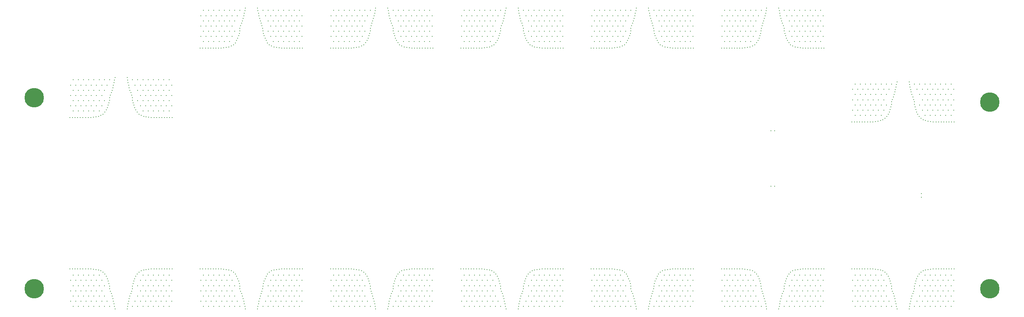
<source format=gbr>
%FSTAX66Y66*%
%MOMM*%
%SFA1B1*%

%IPPOS*%
%ADD27C,4.499991*%
%ADD28C,4.499991*%
%ADD29C,4.499991*%
%ADD30C,4.499991*%
%ADD31C,0.299999*%
%LNduts_pth_drill-1*%
%LPD*%
G54D27*
X00000499999Y000049000003D03*
G54D28*
X000224999981Y00004799998D03*
G54D29*
X000224999956Y000005001615D03*
G54D30*
X00000499999Y000005000015D03*
G54D31*
X000209220536Y000026081888D03*
Y000026922907D03*
X000195155921Y000047320682D03*
X000211244053D03*
X00021244405Y000049720677D03*
X000193955949Y000052120673D03*
X000201155935D03*
X000200555936Y00004852068D03*
X000198755939Y000047320682D03*
X000210644054Y000046120685D03*
X000214244047D03*
X00019335595Y000050920675D03*
X000197555942Y000047320682D03*
X000196955943Y00004852068D03*
X000198755939Y000044920687D03*
X00021244405D03*
X000214844045Y000047320682D03*
X000199355938Y000050920675D03*
X000198755939Y000049720677D03*
X000198155915Y000050920675D03*
X000216644042D03*
X000195155921Y000044920687D03*
X000207644034Y000052120673D03*
X000195155921D03*
X000210044055Y000044920687D03*
X000208844057Y000047320682D03*
X000198155915Y000046120685D03*
X000200555936Y000050920675D03*
X000202355958Y000052120673D03*
X000200555936Y000046120685D03*
X000215444044Y000050920675D03*
X000210644054D03*
X000213644048Y000052120673D03*
X000195755945Y000050920675D03*
X000210044055Y000047320682D03*
X000213044049Y00004852068D03*
X000214844045Y000049720677D03*
X000211244053D03*
X000208844057Y000052120673D03*
X00021244405D03*
X000197555942D03*
X000213644048Y000049720677D03*
Y000047320682D03*
X000210044055Y000049720677D03*
Y000052120673D03*
X000213044049Y000050920675D03*
X000201755933D03*
X000196355944Y000049720677D03*
X000201155935Y000047320682D03*
X000193955949Y000044920687D03*
X000213044049Y000046120685D03*
X000201155935Y000049720677D03*
X000214244047Y00004852068D03*
X000199955937Y000052120673D03*
X000216044068Y000044920687D03*
X000197555942Y000049720677D03*
X000194555948Y000046120685D03*
X000196355944Y000047320682D03*
X000196955943Y000046120685D03*
X00021244405Y000047320682D03*
X000198755939Y000052120673D03*
X000193955949Y000047320682D03*
X000216644042Y00004852068D03*
X000208844057Y000049720677D03*
X000196355944Y000052120673D03*
X000194555948Y000050920675D03*
X000195755945Y000046120685D03*
X000211844051Y00004852068D03*
Y000050920675D03*
X000195755945Y00004852068D03*
X000214844045Y000052120673D03*
X000215444044Y00004852068D03*
X000213644048Y000044920687D03*
X000210644054Y00004852068D03*
X000196955943Y000050920675D03*
X00019335595Y000046120685D03*
X000194555948Y00004852068D03*
X000209444056Y000050920675D03*
X000195155921Y000049720677D03*
X000211244053Y000052120673D03*
X000197555942Y000044920687D03*
X000199955937Y000047320682D03*
Y000044920687D03*
X000198155915Y00004852068D03*
X000208244059Y000050920675D03*
X000199355938Y000046120685D03*
X000216044068Y000052120673D03*
X000211244053Y000044920687D03*
X000209444056Y000046120685D03*
Y00004852068D03*
X000216644042Y000046120685D03*
X000199955937Y000049720677D03*
X000216044068Y000047320682D03*
X000215444044Y000046120685D03*
X000211844051D03*
X000196355944Y000044920687D03*
X000216044068Y000049720677D03*
X000199355938Y00004852068D03*
X000193955949Y000049720677D03*
X00019335595Y00004852068D03*
X000214844045Y000044920687D03*
X000214244047Y000050920675D03*
X000201603305Y000045172985D03*
X000202372036Y000048036505D03*
X000198028001Y000043448097D03*
X000193828009D03*
X000203373355Y000051480694D03*
X000203600227Y000052656054D03*
X000203103149Y000050314606D03*
X000199800692Y000043724372D03*
X000201294949Y000044659397D03*
X000202218213Y000046855227D03*
X000195028007Y000043448097D03*
X000196228004D03*
X000198622437Y000043518175D03*
X000197428002Y000043448097D03*
X00019322801D03*
X000202354154Y000047438106D03*
X00019921474Y000043603748D03*
X000194428008Y000043448097D03*
X000202760529Y000049167923D03*
X000203491236Y00005206751D03*
X000202055907Y000046279155D03*
X000195628006Y000043448097D03*
X000202539904Y000048611815D03*
X000201856797Y000045714869D03*
X000200882427Y000044224625D03*
X000200368128Y000043917006D03*
X000196828003Y000043448097D03*
X000203244399Y000050896215D03*
X000202943968Y000049737619D03*
X000207056024D03*
X000206755619Y000050896215D03*
X000213171989Y000043448097D03*
X000209631864Y000043917006D03*
X000209117565Y000044224625D03*
X000208143195Y000045714869D03*
X000207460062Y000048611815D03*
X000214371986Y000043448097D03*
X000207944085Y000046279155D03*
X000206508756Y00005206751D03*
X000207239463Y000049167923D03*
X000215571984Y000043448097D03*
X000210785278Y000043603748D03*
X000207645838Y000047438106D03*
X000216771982Y000043448097D03*
X000212571965D03*
X000211377555Y000043518175D03*
X000213771988Y000043448097D03*
X00021497196D03*
X000207781779Y000046855227D03*
X000208705043Y000044659397D03*
X000210199274Y000043724372D03*
X000206896817Y000050314606D03*
X00020639979Y000052656054D03*
X000206626612Y000051480694D03*
X000216171983Y000043448097D03*
X000211971966D03*
X000207627956Y000048036505D03*
X000208396662Y000045172985D03*
X000174579508Y00002862679D03*
X000175420502D03*
X00016515593Y000064320089D03*
X000181244036D03*
X000182444059Y000066720084D03*
X000163955933Y00006912008D03*
X000171155918D03*
X000170555945Y000065520087D03*
X000168755949Y000064320089D03*
X000180644038Y000063120066D03*
X000184244056D03*
X000163355959Y000067920082D03*
X000167555926Y000064320089D03*
X000166955927Y000065520087D03*
X000168755949Y000061920069D03*
X000182444059D03*
X000184844055Y000064320089D03*
X000169355947Y000067920082D03*
X000168755949Y000066720084D03*
X000168155924Y000067920082D03*
X000186644051D03*
X00016515593Y000061920069D03*
X000177644044Y00006912008D03*
X00016515593D03*
X000180044064Y000061920069D03*
X000178844041Y000064320089D03*
X000168155924Y000063120066D03*
X000170555945Y000067920082D03*
X000172355941Y00006912008D03*
X000170555945Y000063120066D03*
X000185444053Y000067920082D03*
X000180644038D03*
X000183644057Y00006912008D03*
X000165755929Y000067920082D03*
X000180044064Y000064320089D03*
X000183044058Y000065520087D03*
X000184844055Y000066720084D03*
X000181244036D03*
X000178844041Y00006912008D03*
X000182444059D03*
X000167555926D03*
X000183644057Y000066720084D03*
Y000064320089D03*
X000180044064Y000066720084D03*
Y00006912008D03*
X000183044058Y000067920082D03*
X000171755943D03*
X000166355953Y000066720084D03*
X000171155918Y000064320089D03*
X000163955933Y000061920069D03*
X000183044058Y000063120066D03*
X000171155918Y000066720084D03*
X000184244056Y000065520087D03*
X000169955946Y00006912008D03*
X000186044052Y000061920069D03*
X000167555926Y000066720084D03*
X000164555932Y000063120066D03*
X000166355953Y000064320089D03*
X000166955927Y000063120066D03*
X000182444059Y000064320089D03*
X000168755949Y00006912008D03*
X000163955933Y000064320089D03*
X000186644051Y000065520087D03*
X000178844041Y000066720084D03*
X000166355953Y00006912008D03*
X000164555932Y000067920082D03*
X000165755929Y000063120066D03*
X000181844035Y000065520087D03*
Y000067920082D03*
X000165755929Y000065520087D03*
X000184844055Y00006912008D03*
X000185444053Y000065520087D03*
X000183644057Y000061920069D03*
X000180644038Y000065520087D03*
X000166955927Y000067920082D03*
X000163355959Y000063120066D03*
X000164555932Y000065520087D03*
X00017944404Y000067920082D03*
X00016515593Y000066720084D03*
X000181244036Y00006912008D03*
X000167555926Y000061920069D03*
X000169955946Y000064320089D03*
Y000061920069D03*
X000168155924Y000065520087D03*
X000178244042Y000067920082D03*
X000169355947Y000063120066D03*
X000186044052Y00006912008D03*
X000181244036Y000061920069D03*
X00017944404Y000063120066D03*
Y000065520087D03*
X000186644051Y000063120066D03*
X000169955946Y000066720084D03*
X000186044052Y000064320089D03*
X000185444053Y000063120066D03*
X000181844035D03*
X000166355953Y000061920069D03*
X000186044052Y000066720084D03*
X000169355947Y000065520087D03*
X000163955933Y000066720084D03*
X000163355959Y000065520087D03*
X000184844055Y000061920069D03*
X000184244056Y000067920082D03*
X000171603314Y000062172392D03*
X000172372045Y000065035912D03*
X00016802801Y000060447478D03*
X000163828018D03*
X000173373364Y000068480076D03*
X000173600211Y000069655436D03*
X000173103159Y000067313987D03*
X000169800676Y00006072378D03*
X000171294933Y000061658804D03*
X000172218223Y000063854609D03*
X000165028016Y000060447478D03*
X000166228014D03*
X000168622421Y000060517557D03*
X000167428011Y000060447478D03*
X00016322802D03*
X000172354163Y000064437488D03*
X000169214723Y00006060313D03*
X000164428017Y000060447478D03*
X000172760538Y00006616733D03*
X000173491245Y000069066918D03*
X000172055917Y000063278537D03*
X000165628015Y000060447478D03*
X000172539914Y000065611222D03*
X000171856806Y000062714276D03*
X000170882437Y000061224033D03*
X000170368137Y000060916413D03*
X000166828012Y000060447478D03*
X000173244383Y000067895622D03*
X000172943977Y000066737026D03*
X000177056008D03*
X000176755602Y000067895622D03*
X000183171998Y000060447478D03*
X000179631848Y000060916413D03*
X000179117548Y000061224033D03*
X000178143179Y000062714276D03*
X000177460071Y000065611222D03*
X00018437197Y000060447478D03*
X000177944068Y000063278537D03*
X00017650874Y000069066918D03*
X000177239447Y00006616733D03*
X000185571968Y000060447478D03*
X000180785236Y00006060313D03*
X000177645822Y000064437488D03*
X000186771965Y000060447478D03*
X000182571974D03*
X000181377539Y000060517557D03*
X000183771971Y000060447478D03*
X000184971969D03*
X000177781762Y000063854609D03*
X000178705027Y000061658804D03*
X000180199284Y00006072378D03*
X000176896826Y000067313987D03*
X000176399799Y000069655436D03*
X000176626596Y000068480076D03*
X000186171992Y000060447478D03*
X000181971975D03*
X00017762794Y000065035912D03*
X000178396671Y000062172392D03*
X000174579483Y000041375177D03*
X000175420477D03*
X000045155942Y000064318464D03*
X000061244048D03*
X000062444045Y000066718459D03*
X000043955944Y00006911848D03*
X00005115593D03*
X000050555931Y000065518461D03*
X000048755935Y000064318464D03*
X000060644049Y000063118466D03*
X000064244042D03*
X000043355945Y000067918457D03*
X000047555937Y000064318464D03*
X000046955938Y000065518461D03*
X000048755935Y000061918469D03*
X000062444045D03*
X000064844041Y000064318464D03*
X000049355933Y000067918457D03*
X000048755935Y000066718459D03*
X000048155936Y000067918457D03*
X000066644037D03*
X000045155942Y000061918469D03*
X000057644055Y00006911848D03*
X000045155942D03*
X00006004405Y000061918469D03*
X000058844053Y000064318464D03*
X000048155936Y000063118466D03*
X000050555931Y000067918457D03*
X000052355927Y00006911848D03*
X000050555931Y000063118466D03*
X000065444039Y000067918457D03*
X000060644049D03*
X000063644043Y00006911848D03*
X000045755941Y000067918457D03*
X00006004405Y000064318464D03*
X000063044044Y000065518461D03*
X000064844041Y000066718459D03*
X000061244048D03*
X000058844053Y00006911848D03*
X000062444045D03*
X000047555937D03*
X000063644043Y000066718459D03*
Y000064318464D03*
X00006004405Y000066718459D03*
Y00006911848D03*
X000063044044Y000067918457D03*
X000051755929D03*
X000046355939Y000066718459D03*
X00005115593Y000064318464D03*
X000043955944Y000061918469D03*
X000063044044Y000063118466D03*
X00005115593Y000066718459D03*
X000064244042Y000065518461D03*
X000049955932Y00006911848D03*
X000066044038Y000061918469D03*
X000047555937Y000066718459D03*
X000044555943Y000063118466D03*
X000046355939Y000064318464D03*
X000046955938Y000063118466D03*
X000062444045Y000064318464D03*
X000048755935Y00006911848D03*
X000043955944Y000064318464D03*
X000066644037Y000065518461D03*
X000058844053Y000066718459D03*
X000046355939Y00006911848D03*
X000044555943Y000067918457D03*
X000045755941Y000063118466D03*
X000061844047Y000065518461D03*
Y000067918457D03*
X000045755941Y000065518461D03*
X000064844041Y00006911848D03*
X000065444039Y000065518461D03*
X000063644043Y000061918469D03*
X000060644049Y000065518461D03*
X000046955938Y000067918457D03*
X000043355945Y000063118466D03*
X000044555943Y000065518461D03*
X000059444026Y000067918457D03*
X000045155942Y000066718459D03*
X000061244048Y00006911848D03*
X000047555937Y000061918469D03*
X000049955932Y000064318464D03*
Y000061918469D03*
X000048155936Y000065518461D03*
X000058244028Y000067918457D03*
X000049355933Y000063118466D03*
X000066044038Y00006911848D03*
X000061244048Y000061918469D03*
X000059444026Y000063118466D03*
Y000065518461D03*
X000066644037Y000063118466D03*
X000049955932Y000066718459D03*
X000066044038Y000064318464D03*
X000065444039Y000063118466D03*
X000061844047D03*
X000046355939Y000061918469D03*
X000066044038Y000066718459D03*
X000049355933Y000065518461D03*
X000043955944Y000066718459D03*
X000043355945Y000065518461D03*
X000064844041Y000061918469D03*
X000064244042Y000067918457D03*
X0000516033Y000062170792D03*
X000052372031Y000065034287D03*
X000048027996Y000060445878D03*
X000043828004D03*
X000053373375Y000068478476D03*
X000053600197Y000069653835D03*
X000053103145Y000067312387D03*
X000049800687Y000060722179D03*
X000051294944Y000061657204D03*
X000052218209Y000063853009D03*
X000045028002Y000060445878D03*
X000046228D03*
X000048622432Y000060515957D03*
X000047427997Y000060445878D03*
X000043228006D03*
X000052354149Y000064435888D03*
X000049214709Y000060601529D03*
X000044428003Y000060445878D03*
X000052760524Y00006616573D03*
X000053491231Y000069065317D03*
X000052055903Y000063276937D03*
X000045628001Y000060445878D03*
X000052539925Y000065609622D03*
X000051856792Y000062712676D03*
X000050882423Y000061222407D03*
X000050368149Y000060914813D03*
X000046827998Y000060445878D03*
X000053244394Y000067894022D03*
X000052943963Y000066735401D03*
X00005705602D03*
X000056755588Y000067894022D03*
X000063171984Y000060445878D03*
X000059631834Y000060914813D03*
X00005911756Y000061222407D03*
X00005814319Y000062712676D03*
X000057460057Y000065609622D03*
X000064371982Y000060445878D03*
X00005794408Y000063276937D03*
X000056508751Y000069065317D03*
X000057239458Y00006616573D03*
X000065571979Y000060445878D03*
X000060785248Y000060601529D03*
X000057645833Y000064435888D03*
X000066771977Y000060445878D03*
X000062571985D03*
X00006137755Y000060515957D03*
X000063771983Y000060445878D03*
X00006497198D03*
X000057781774Y000063853009D03*
X000058705038Y000061657204D03*
X000060199295Y000060722179D03*
X000056896838Y000067312387D03*
X00005639976Y000069653835D03*
X000056626607Y000068478476D03*
X000066171978Y000060445878D03*
X000061971986D03*
X000057627951Y000065034287D03*
X000058396682Y000062170792D03*
X000171603314Y000007829575D03*
X000172372045Y000004966055D03*
X00016802801Y000009554489D03*
X000163828018D03*
X000173373364Y000001521891D03*
X000173600211Y000000346532D03*
X000173103159Y00000268798D03*
X000169800676Y000009278213D03*
X000171294933Y000008343188D03*
X000172218223Y000006147358D03*
X000165028016Y000009554489D03*
X000166228014D03*
X000168622421Y00000948441D03*
X000167428011Y000009554489D03*
X00016322802D03*
X000172354163Y000005564479D03*
X000169214723Y000009398838D03*
X000164428017Y000009554489D03*
X000172760538Y000003834663D03*
X000173491245Y000000935075D03*
X000172055917Y00000672343D03*
X000165628015Y000009554489D03*
X000172539914Y000004390745D03*
X000171856806Y000007287717D03*
X000170882437Y00000877796D03*
X000170368137Y00000908558D03*
X000166828012Y000009554489D03*
X000173244383Y000002106345D03*
X000172943977Y000003264966D03*
X000177056008D03*
X000176755602Y000002106345D03*
X000183171998Y000009554489D03*
X000179631848Y00000908558D03*
X000179117548Y00000877796D03*
X000178143179Y000007287717D03*
X000177460071Y000004390745D03*
X00018437197Y000009554489D03*
X000177944068Y00000672343D03*
X00017650874Y000000935075D03*
X000177239447Y000003834663D03*
X000185571968Y000009554489D03*
X000180785236Y000009398838D03*
X000177645822Y000005564479D03*
X000186771965Y000009554489D03*
X000182571974D03*
X000181377539Y00000948441D03*
X000183771971Y000009554489D03*
X000184971969D03*
X000177781762Y000006147358D03*
X000178705027Y000008343188D03*
X000180199284Y000009278213D03*
X000176896826Y00000268798D03*
X000176399799Y000000346532D03*
X000176626596Y000001521891D03*
X000186171992Y000009554489D03*
X000181971975D03*
X00017762794Y000004966055D03*
X000178396671Y000007829575D03*
X000165755929Y00000208191D03*
X00016515593Y000008081899D03*
X000186644051Y000004481906D03*
X000186044052Y000003281908D03*
X000180644038Y000004481906D03*
X000163955933Y000003281908D03*
X000183644057Y000008081899D03*
X000168155924Y000006881901D03*
X000164555932D03*
X000163955933Y000005681903D03*
X000180044064Y000003281908D03*
X000163355959Y000006881901D03*
X000170555945Y000004481906D03*
Y000006881901D03*
X000168755949Y000008081899D03*
X000163955933Y000000881913D03*
X000180644038Y000006881901D03*
X000171755943Y00000208191D03*
X000181844035Y000004481906D03*
X000180044064Y000008081899D03*
Y000005681903D03*
X000182444059Y000008081899D03*
X000168755949Y000000881913D03*
X000184844055Y000003281908D03*
X000170555945Y00000208191D03*
X000185444053Y000004481906D03*
X000186644051Y000006881901D03*
X000183044058Y00000208191D03*
X000169355947Y000004481906D03*
X000166355953Y000008081899D03*
X000164555932Y000004481906D03*
X00016515593Y000000881913D03*
X000184244056Y000004481906D03*
X000168155924Y00000208191D03*
Y000004481906D03*
X000184244056Y000006881901D03*
X000185444053Y00000208191D03*
X000183644057Y000000881913D03*
X000171155918Y000003281908D03*
X000163355959Y000004481906D03*
X000186044052Y000005681903D03*
X000181244036Y000000881913D03*
X000167555926Y000005681903D03*
X000183044058Y000006881901D03*
X000183644057Y000005681903D03*
X000185444053Y000006881901D03*
X000182444059Y000003281908D03*
X000163955933Y000008081899D03*
X000180044064Y000000881913D03*
X000165755929Y000004481906D03*
X000178844041Y000003281908D03*
X000166955927Y000006881901D03*
X000186044052Y000008081899D03*
X000178844041Y000005681903D03*
X000183644057Y000003281908D03*
X000178244042Y00000208191D03*
X000166955927D03*
X000169955946Y000000881913D03*
Y000003281908D03*
X000166355953Y000005681903D03*
Y000003281908D03*
X000182444059Y000000881913D03*
X000167555926D03*
X000171155918D03*
X000168755949Y000003281908D03*
X00016515593D03*
X000166955927Y000004481906D03*
X000169955946Y000005681903D03*
X000184244056Y00000208191D03*
X000166355953Y000000881913D03*
X000169355947Y00000208191D03*
X000164555932D03*
X00017944404Y000006881901D03*
X000177644044Y000000881913D03*
X00017944404Y00000208191D03*
X000181844035Y000006881901D03*
X000171155918Y000005681903D03*
X000169955946Y000008081899D03*
X000184844055Y000000881913D03*
X000172355941D03*
X000184844055Y000008081899D03*
X000163355959Y00000208191D03*
X000181844035D03*
X000181244036Y000003281908D03*
X000180644038Y00000208191D03*
X00016515593Y000005681903D03*
X000167555926Y000008081899D03*
X000181244036D03*
X000183044058Y000004481906D03*
X000182444059Y000005681903D03*
X000186644051Y00000208191D03*
X000165755929Y000006881901D03*
X000169355947D03*
X000181244036Y000005681903D03*
X00017944404Y000004481906D03*
X000178844041Y000000881913D03*
X000186044052D03*
X000167555926Y000003281908D03*
X000168755949Y000005681903D03*
X000184844055D03*
X000154844038Y000005681497D03*
X000138755932D03*
X000137555935Y000003281502D03*
X000156044061Y000000881507D03*
X00014884405D03*
X000149444049Y000004481499D03*
X000151244046Y000005681497D03*
X000139355957Y000006881495D03*
X000135755938D03*
X000156644035Y000002081504D03*
X000152444043Y000005681497D03*
X000153044067Y000004481499D03*
X000151244046Y000008081518D03*
X000137555935D03*
X00013515594Y000005681497D03*
X000150644047Y000002081504D03*
X000151244046Y000003281502D03*
X000151844044Y000002081504D03*
X000133355943D03*
X000154844038Y000008081518D03*
X000142355951Y000000881507D03*
X000154844038D03*
X00013995593Y000008081518D03*
X000141155928Y000005681497D03*
X000151844044Y000006881495D03*
X000149444049Y000002081504D03*
X000147644053Y000000881507D03*
X000149444049Y000006881495D03*
X000134555941Y000002081504D03*
X000139355957D03*
X000136355937Y000000881507D03*
X00015424404Y000002081504D03*
X00013995593Y000005681497D03*
X000136955936Y000004481499D03*
X00013515594Y000003281502D03*
X000138755932D03*
X000141155928Y000000881507D03*
X000137555935D03*
X000152444043D03*
X000136355937Y000003281502D03*
Y000005681497D03*
X00013995593Y000003281502D03*
Y000000881507D03*
X000136955936Y000002081504D03*
X000148244052D03*
X000153644041Y000003281502D03*
X00014884405Y000005681497D03*
X000156044061Y000008081518D03*
X000136955936Y000006881495D03*
X00014884405Y000003281502D03*
X000135755938Y000004481499D03*
X000150044048Y000000881507D03*
X000133955942Y000008081518D03*
X000152444043Y000003281502D03*
X000155444037Y000006881495D03*
X000153644041Y000005681497D03*
X000153044067Y000006881495D03*
X000137555935Y000005681497D03*
X000151244046Y000000881507D03*
X000156044061Y000005681497D03*
X000133355943Y000004481499D03*
X000141155928Y000003281502D03*
X000153644041Y000000881507D03*
X000155444037Y000002081504D03*
X00015424404Y000006881495D03*
X000138155934Y000004481499D03*
Y000002081504D03*
X00015424404Y000004481499D03*
X00013515594Y000000881507D03*
X000134555941Y000004481499D03*
X000136355937Y000008081518D03*
X000139355957Y000004481499D03*
X000153044067Y000002081504D03*
X000156644035Y000006881495D03*
X000155444037Y000004481499D03*
X000140555929Y000002081504D03*
X000154844038Y000003281502D03*
X000138755932Y000000881507D03*
X000152444043Y000008081518D03*
X000150044048Y000005681497D03*
Y000008081518D03*
X000151844044Y000004481499D03*
X000141755926Y000002081504D03*
X000150644047Y000006881495D03*
X000133955942Y000000881507D03*
X000138755932Y000008081518D03*
X000140555929Y000006881495D03*
Y000004481499D03*
X000133355943Y000006881495D03*
X000150044048Y000003281502D03*
X000133955942Y000005681497D03*
X000134555941Y000006881495D03*
X000138155934D03*
X000153644041Y000008081518D03*
X000133955942Y000003281502D03*
X000150644047Y000004481499D03*
X000156044061Y000003281502D03*
X000156644035Y000004481499D03*
X00013515594Y000008081518D03*
X000135755938Y000002081504D03*
X000148396655Y000007829169D03*
X000147627949Y000004965674D03*
X000151971959Y000009554083D03*
X000156171976D03*
X000146626605Y000001521485D03*
X000146399783Y000000346125D03*
X000146896836Y000002687599D03*
X000150199293Y000009277807D03*
X000148705036Y000008342782D03*
X000147781772Y000006146952D03*
X000154971978Y000009554083D03*
X000153771981D03*
X000151377548Y000009484029D03*
X000152571983Y000009554083D03*
X000156771975D03*
X000147645831Y000005564073D03*
X000150785245Y000009398457D03*
X000155571977Y000009554083D03*
X000147239456Y000003834257D03*
X000146508749Y000000934669D03*
X000147944078Y000006723024D03*
X000154371979Y000009554083D03*
X000147460055Y000004390339D03*
X000148143188Y00000728731D03*
X000149117558Y000008777554D03*
X000149631857Y000009085173D03*
X000153171982Y000009554083D03*
X000146755612Y000002105964D03*
X000147056017Y00000326456D03*
X000142943961D03*
X000143244392Y000002105964D03*
X000136827996Y000009554083D03*
X000140368147Y000009085173D03*
X000140882446Y000008777554D03*
X00014185679Y00000728731D03*
X000142539923Y000004390339D03*
X000135627999Y000009554083D03*
X0001420559Y000006723024D03*
X000143491254Y000000934669D03*
X000142760522Y000003834257D03*
X000134428001Y000009554083D03*
X000139214733Y000009398457D03*
X000142354147Y000005564073D03*
X000133228029Y000009554083D03*
X000137427995D03*
X00013862243Y000009484029D03*
X000136228023Y000009554083D03*
X000135028D03*
X000142218206Y000006146952D03*
X000141294942Y000008342782D03*
X000139800685Y000009277807D03*
X000143103142Y000002687599D03*
X000143600195Y000000346125D03*
X000143373373Y000001521485D03*
X000133828002Y000009554083D03*
X000138028019D03*
X000142372054Y000004965674D03*
X000141603298Y000007829169D03*
X000111603307Y000007828788D03*
X000112372038Y000004965268D03*
X000108028003Y000009553676D03*
X000103828011D03*
X000113373382Y000001521079D03*
X000113600204Y000000345719D03*
X000113103152Y000002687193D03*
X000109800694Y0000092774D03*
X000111294951Y000008342375D03*
X000112218216Y000006146546D03*
X000105028009Y000009553676D03*
X000106228007D03*
X000108622439Y000009483623D03*
X000107428004Y000009553676D03*
X000103228013D03*
X000112354156Y000005563666D03*
X000109214716Y00000939805D03*
X00010442801Y000009553676D03*
X000112760531Y00000383385D03*
X000113491238Y000000934262D03*
X00011205591Y000006722618D03*
X000105628008Y000009553676D03*
X000112539907Y000004389958D03*
X000111856799Y000007286904D03*
X00011088243Y000008777147D03*
X00011036813Y000009084767D03*
X000106828005Y000009553676D03*
X000113244376Y000002105558D03*
X00011294397Y000003264154D03*
X000117056027D03*
X000116755595Y000002105558D03*
X000123171966Y000009553676D03*
X000119631841Y000009084767D03*
X000119117567Y000008777147D03*
X000118143197Y000007286904D03*
X000117460064Y000004389958D03*
X000124371989Y000009553676D03*
X000117944087Y000006722618D03*
X000116508758Y000000934262D03*
X000117239465Y00000383385D03*
X000125571986Y000009553676D03*
X000120785255Y00000939805D03*
X000117645815Y000005563666D03*
X000126771984Y000009553676D03*
X000122571967D03*
X000121377557Y000009483623D03*
X000123771964Y000009553676D03*
X000124971987D03*
X000117781755Y000006146546D03*
X000118705045Y000008342375D03*
X000120199277Y0000092774D03*
X000116896819Y000002687193D03*
X000116399767Y000000345719D03*
X000116626614Y000001521079D03*
X000126171985Y000009553676D03*
X000121971968D03*
X000117627958Y000004965268D03*
X000118396689Y000007828788D03*
X000105755948Y000002081098D03*
X000105155949Y000008081086D03*
X000126644044Y000004481093D03*
X000126044045Y000003281095D03*
X000120644056Y000004481093D03*
X000103955926Y000003281095D03*
X00012364405Y000008081086D03*
X000108155943Y000006881088D03*
X000104555925D03*
X000103955926Y000005681091D03*
X000120044057Y000003281095D03*
X000103355927Y000006881088D03*
X000110555938Y000004481093D03*
Y000006881088D03*
X000108755942Y000008081086D03*
X000103955926Y0000008811D03*
X000120644056Y000006881088D03*
X000111755936Y000002081098D03*
X000121844054Y000004481093D03*
X000120044057Y000008081086D03*
Y000005681091D03*
X000122444052Y000008081086D03*
X000108755942Y0000008811D03*
X000124844048Y000003281095D03*
X000110555938Y000002081098D03*
X000125444046Y000004481093D03*
X000126644044Y000006881088D03*
X000123044051Y000002081098D03*
X00010935594Y000004481093D03*
X000106355946Y000008081086D03*
X000104555925Y000004481093D03*
X000105155949Y0000008811D03*
X000124244049Y000004481093D03*
X000108155943Y000002081098D03*
Y000004481093D03*
X000124244049Y000006881088D03*
X000125444046Y000002081098D03*
X00012364405Y0000008811D03*
X000111155937Y000003281095D03*
X000103355927Y000004481093D03*
X000126044045Y000005681091D03*
X000121244055Y0000008811D03*
X000107555944Y000005681091D03*
X000123044051Y000006881088D03*
X00012364405Y000005681091D03*
X000125444046Y000006881088D03*
X000122444052Y000003281095D03*
X000103955926Y000008081086D03*
X000120044057Y0000008811D03*
X000105755948Y000004481093D03*
X00011884406Y000003281095D03*
X000106955945Y000006881088D03*
X000126044045Y000008081086D03*
X00011884406Y000005681091D03*
X00012364405Y000003281095D03*
X000118244035Y000002081098D03*
X000106955945D03*
X000109955939Y0000008811D03*
Y000003281095D03*
X000106355946Y000005681091D03*
Y000003281095D03*
X000122444052Y0000008811D03*
X000107555944D03*
X000111155937D03*
X000108755942Y000003281095D03*
X000105155949D03*
X000106955945Y000004481093D03*
X000109955939Y000005681091D03*
X000124244049Y000002081098D03*
X000106355946Y0000008811D03*
X00010935594Y000002081098D03*
X000104555925D03*
X000119444058Y000006881088D03*
X000117644037Y0000008811D03*
X000119444058Y000002081098D03*
X000121844054Y000006881088D03*
X000111155937Y000005681091D03*
X000109955939Y000008081086D03*
X000124844048Y0000008811D03*
X000112355934D03*
X000124844048Y000008081086D03*
X000103355927Y000002081098D03*
X000121844054D03*
X000121244055Y000003281095D03*
X000120644056Y000002081098D03*
X000105155949Y000005681091D03*
X000107555944Y000008081086D03*
X000121244055D03*
X000123044051Y000004481093D03*
X000122444052Y000005681091D03*
X000126644044Y000002081098D03*
X000105755948Y000006881088D03*
X00010935594D03*
X000121244055Y000005681091D03*
X000119444058Y000004481093D03*
X00011884406Y0000008811D03*
X000126044045D03*
X000107555944Y000003281095D03*
X000108755942Y000005681091D03*
X000124844048D03*
X000094844057Y00000568071D03*
X000078755925D03*
X000077555928Y000003280689D03*
X000096044054Y000000880694D03*
X000088844043D03*
X000089444042Y000004480687D03*
X000091244039Y00000568071D03*
X00007935595Y000006880707D03*
X000075755931D03*
X000096644053Y000002080691D03*
X000092444036Y00000568071D03*
X000093044035Y000004480687D03*
X000091244039Y000008080705D03*
X000077555928D03*
X000075155933Y00000568071D03*
X00009064404Y000002080691D03*
X000091244039Y000003280689D03*
X000091844037Y000002080691D03*
X000073355936D03*
X000094844057Y000008080705D03*
X000082355944Y000000880694D03*
X000094844057D03*
X000079955948Y000008080705D03*
X000081155946Y00000568071D03*
X000091844037Y000006880707D03*
X000089444042Y000002080691D03*
X000087644046Y000000880694D03*
X000089444042Y000006880707D03*
X000074555934Y000002080691D03*
X00007935595D03*
X00007635593Y000000880694D03*
X000094244058Y000002080691D03*
X000079955948Y00000568071D03*
X000076955929Y000004480687D03*
X000075155933Y000003280689D03*
X000078755925D03*
X000081155946Y000000880694D03*
X000077555928D03*
X000092444036D03*
X00007635593Y000003280689D03*
Y00000568071D03*
X000079955948Y000003280689D03*
Y000000880694D03*
X000076955929Y000002080691D03*
X000088244045D03*
X000093644059Y000003280689D03*
X000088844043Y00000568071D03*
X000096044054Y000008080705D03*
X000076955929Y000006880707D03*
X000088844043Y000003280689D03*
X000075755931Y000004480687D03*
X000090044041Y000000880694D03*
X000073955935Y000008080705D03*
X000092444036Y000003280689D03*
X000095444056Y000006880707D03*
X000093644059Y00000568071D03*
X000093044035Y000006880707D03*
X000077555928Y00000568071D03*
X000091244039Y000000880694D03*
X000096044054Y00000568071D03*
X000073355936Y000004480687D03*
X000081155946Y000003280689D03*
X000093644059Y000000880694D03*
X000095444056Y000002080691D03*
X000094244058Y000006880707D03*
X000078155927Y000004480687D03*
Y000002080691D03*
X000094244058Y000004480687D03*
X000075155933Y000000880694D03*
X000074555934Y000004480687D03*
X00007635593Y000008080705D03*
X00007935595Y000004480687D03*
X000093044035Y000002080691D03*
X000096644053Y000006880707D03*
X000095444056Y000004480687D03*
X000080555947Y000002080691D03*
X000094844057Y000003280689D03*
X000078755925Y000000880694D03*
X000092444036Y000008080705D03*
X000090044041Y00000568071D03*
Y000008080705D03*
X000091844037Y000004480687D03*
X000081755945Y000002080691D03*
X00009064404Y000006880707D03*
X000073955935Y000000880694D03*
X000078755925Y000008080705D03*
X000080555947Y000006880707D03*
Y000004480687D03*
X000073355936Y000006880707D03*
X000090044041Y000003280689D03*
X000073955935Y00000568071D03*
X000074555934Y000006880707D03*
X000078155927D03*
X000093644059Y000008080705D03*
X000073955935Y000003280689D03*
X00009064404Y000004480687D03*
X000096044054Y000003280689D03*
X000096644053Y000004480687D03*
X000075155933Y000008080705D03*
X000075755931Y000002080691D03*
X000088396673Y000007828381D03*
X000087627942Y000004964861D03*
X000091971977Y000009553295D03*
X000096171969D03*
X000086626598Y000001520698D03*
X000086399776Y000000345338D03*
X000086896829Y000002686786D03*
X000090199286Y000009276994D03*
X000088705029Y000008341969D03*
X000087781765Y000006146165D03*
X000094971971Y000009553295D03*
X000093771974D03*
X000091377566Y000009483217D03*
X000092571976Y000009553295D03*
X000096771968D03*
X000087645824Y000005563285D03*
X000090785264Y000009397644D03*
X00009557197Y000009553295D03*
X000087239449Y000003833444D03*
X000086508742Y000000933856D03*
X000087944071Y000006722237D03*
X000094371972Y000009553295D03*
X000087460074Y000004389551D03*
X000088143181Y000007286498D03*
X000089117551Y000008776741D03*
X00008963185Y00000908436D03*
X000093171975Y000009553295D03*
X000086755579Y000002105152D03*
X00008705601Y000003263747D03*
X000082943979D03*
X000083244385Y000002105152D03*
X000076828015Y000009553295D03*
X00008036814Y00000908436D03*
X000080882439Y000008776741D03*
X000081856808Y000007286498D03*
X000082539916Y000004389551D03*
X000075627992Y000009553295D03*
X000082055919Y000006722237D03*
X000083491247Y000000933856D03*
X000082760515Y000003833444D03*
X000074427994Y000009553295D03*
X000079214726Y000009397644D03*
X000082354166Y000005563285D03*
X000073227996Y000009553295D03*
X000077428013D03*
X000078622423Y000009483217D03*
X000076228016Y000009553295D03*
X000075028018D03*
X000082218225Y000006146165D03*
X000081294935Y000008341969D03*
X000079800704Y000009276994D03*
X000083103161Y000002686786D03*
X000083600213Y000000345338D03*
X000083373366Y000001520698D03*
X000073827995Y000009553295D03*
X000078028012D03*
X000082372047Y000004964861D03*
X000081603316Y000007828381D03*
X0000516033Y000007827975D03*
X000052372031Y000004964455D03*
X000048027996Y000009552889D03*
X000043828004D03*
X000053373375Y000001520291D03*
X000053600197Y000000344932D03*
X000053103145Y00000268638D03*
X000049800687Y000009276588D03*
X000051294944Y000008341563D03*
X000052218209Y000006145758D03*
X000045028002Y000009552889D03*
X000046228D03*
X000048622432Y00000948281D03*
X000047427997Y000009552889D03*
X000043228006D03*
X000052354149Y000005562879D03*
X000049214709Y000009397238D03*
X000044428003Y000009552889D03*
X000052760524Y000003833037D03*
X000053491231Y000000933475D03*
X000052055903Y00000672183D03*
X000045628001Y000009552889D03*
X000052539925Y000004389145D03*
X000051856792Y000007286117D03*
X000050882423Y000008776335D03*
X000050368149Y000009083954D03*
X000046827998Y000009552889D03*
X000053244394Y000002104745D03*
X000052943963Y000003263366D03*
X00005705602D03*
X000056755588Y000002104745D03*
X000063171984Y000009552889D03*
X000059631834Y000009083954D03*
X00005911756Y000008776335D03*
X00005814319Y000007286117D03*
X000057460057Y000004389145D03*
X000064371982Y000009552889D03*
X00005794408Y00000672183D03*
X000056508751Y000000933475D03*
X000057239458Y000003833037D03*
X000065571979Y000009552889D03*
X000060785248Y000009397238D03*
X000057645833Y000005562879D03*
X000066771977Y000009552889D03*
X000062571985D03*
X00006137755Y00000948281D03*
X000063771983Y000009552889D03*
X00006497198D03*
X000057781774Y000006145758D03*
X000058705038Y000008341563D03*
X000060199295Y000009276588D03*
X000056896838Y00000268638D03*
X00005639976Y000000344932D03*
X000056626607Y000001520291D03*
X000066171978Y000009552889D03*
X000061971986D03*
X000057627951Y000004964455D03*
X000058396682Y000007827975D03*
X000045755941Y000002080285D03*
X000045155942Y000008080298D03*
X000066644037Y000004480306D03*
X000066044038Y000003280308D03*
X000060644049Y000004480306D03*
X000043955944Y000003280308D03*
X000063644043Y000008080298D03*
X000048155936Y000006880301D03*
X000044555943D03*
X000043955944Y000005680303D03*
X00006004405Y000003280308D03*
X000043355945Y000006880301D03*
X000050555931Y000004480306D03*
Y000006880301D03*
X000048755935Y000008080298D03*
X000043955944Y000000880287D03*
X000060644049Y000006880301D03*
X000051755929Y000002080285D03*
X000061844047Y000004480306D03*
X00006004405Y000008080298D03*
Y000005680303D03*
X000062444045Y000008080298D03*
X000048755935Y000000880287D03*
X000064844041Y000003280308D03*
X000050555931Y000002080285D03*
X000065444039Y000004480306D03*
X000066644037Y000006880301D03*
X000063044044Y000002080285D03*
X000049355933Y000004480306D03*
X000046355939Y000008080298D03*
X000044555943Y000004480306D03*
X000045155942Y000000880287D03*
X000064244042Y000004480306D03*
X000048155936Y000002080285D03*
Y000004480306D03*
X000064244042Y000006880301D03*
X000065444039Y000002080285D03*
X000063644043Y000000880287D03*
X00005115593Y000003280308D03*
X000043355945Y000004480306D03*
X000066044038Y000005680303D03*
X000061244048Y000000880287D03*
X000047555937Y000005680303D03*
X000063044044Y000006880301D03*
X000063644043Y000005680303D03*
X000065444039Y000006880301D03*
X000062444045Y000003280308D03*
X000043955944Y000008080298D03*
X00006004405Y000000880287D03*
X000045755941Y000004480306D03*
X000058844053Y000003280308D03*
X000046955938Y000006880301D03*
X000066044038Y000008080298D03*
X000058844053Y000005680303D03*
X000063644043Y000003280308D03*
X000058244028Y000002080285D03*
X000046955938D03*
X000049955932Y000000880287D03*
Y000003280308D03*
X000046355939Y000005680303D03*
Y000003280308D03*
X000062444045Y000000880287D03*
X000047555937D03*
X00005115593D03*
X000048755935Y000003280308D03*
X000045155942D03*
X000046955938Y000004480306D03*
X000049955932Y000005680303D03*
X000064244042Y000002080285D03*
X000046355939Y000000880287D03*
X000049355933Y000002080285D03*
X000044555943D03*
X000059444026Y000006880301D03*
X000057644055Y000000880287D03*
X000059444026Y000002080285D03*
X000061844047Y000006880301D03*
X00005115593Y000005680303D03*
X000049955932Y000008080298D03*
X000064844041Y000000880287D03*
X000052355927D03*
X000064844041Y000008080298D03*
X000043355945Y000002080285D03*
X000061844047D03*
X000061244048Y000003280308D03*
X000060644049Y000002080285D03*
X000045155942Y000005680303D03*
X000047555937Y000008080298D03*
X000061244048D03*
X000063044044Y000004480306D03*
X000062444045Y000005680303D03*
X000066644037Y000002080285D03*
X000045755941Y000006880301D03*
X000049355933D03*
X000061244048Y000005680303D03*
X000059444026Y000004480306D03*
X000058844053Y000000880287D03*
X000066044038D03*
X000047555937Y000003280308D03*
X000048755935Y000005680303D03*
X000064844041D03*
X00003484405Y000005679897D03*
X000018755944D03*
X000017555946Y000003279902D03*
X000036044047Y000000879906D03*
X000028844036D03*
X000029444035Y000004479899D03*
X000031244032Y000005679897D03*
X000019355943Y000006879894D03*
X000015755924D03*
X000036644046Y000002079904D03*
X000032444029Y000005679897D03*
X000033044028Y000004479899D03*
X000031244032Y000008079892D03*
X000017555946D03*
X000015155926Y000005679897D03*
X000030644033Y000002079904D03*
X000031244032Y000003279902D03*
X00003184403Y000002079904D03*
X000013355929D03*
X00003484405Y000008079892D03*
X000022355937Y000000879906D03*
X00003484405D03*
X000019955941Y000008079892D03*
X000021155939Y000005679897D03*
X00003184403Y000006879894D03*
X000029444035Y000002079904D03*
X000027644039Y000000879906D03*
X000029444035Y000006879894D03*
X000014555927Y000002079904D03*
X000019355943D03*
X000016355949Y000000879906D03*
X000034244026Y000002079904D03*
X000019955941Y000005679897D03*
X000016955947Y000004479899D03*
X000015155926Y000003279902D03*
X000018755944D03*
X000021155939Y000000879906D03*
X000017555946D03*
X000032444029D03*
X000016355949Y000003279902D03*
Y000005679897D03*
X000019955941Y000003279902D03*
Y000000879906D03*
X000016955947Y000002079904D03*
X000028244038D03*
X000033644052Y000003279902D03*
X000028844036Y000005679897D03*
X000036044047Y000008079892D03*
X000016955947Y000006879894D03*
X000028844036Y000003279902D03*
X000015755924Y000004479899D03*
X000030044034Y000000879906D03*
X000013955928Y000008079892D03*
X000032444029Y000003279902D03*
X000035444049Y000006879894D03*
X000033644052Y000005679897D03*
X000033044028Y000006879894D03*
X000017555946Y000005679897D03*
X000031244032Y000000879906D03*
X000036044047Y000005679897D03*
X000013355929Y000004479899D03*
X000021155939Y000003279902D03*
X000033644052Y000000879906D03*
X000035444049Y000002079904D03*
X000034244026Y000006879894D03*
X000018155945Y000004479899D03*
Y000002079904D03*
X000034244026Y000004479899D03*
X000015155926Y000000879906D03*
X000014555927Y000004479899D03*
X000016355949Y000008079892D03*
X000019355943Y000004479899D03*
X000033044028Y000002079904D03*
X000036644046Y000006879894D03*
X000035444049Y000004479899D03*
X00002055594Y000002079904D03*
X00003484405Y000003279902D03*
X000018755944Y000000879906D03*
X000032444029Y000008079892D03*
X000030044034Y000005679897D03*
Y000008079892D03*
X00003184403Y000004479899D03*
X000021755938Y000002079904D03*
X000030644033Y000006879894D03*
X000013955928Y000000879906D03*
X000018755944Y000008079892D03*
X00002055594Y000006879894D03*
Y000004479899D03*
X000013355929Y000006879894D03*
X000030044034Y000003279902D03*
X000013955928Y000005679897D03*
X000014555927Y000006879894D03*
X000018155945D03*
X000033644052Y000008079892D03*
X000013955928Y000003279902D03*
X000030644033Y000004479899D03*
X000036044047Y000003279902D03*
X000036644046Y000004479899D03*
X000015155926Y000008079892D03*
X000015755924Y000002079904D03*
X000028396666Y000007827568D03*
X000027627935Y000004964074D03*
X00003197197Y000009552482D03*
X000036171987D03*
X000026626616Y000001519885D03*
X000026399769Y000000344525D03*
X000026896822Y000002685973D03*
X000030199279Y000009276207D03*
X000028705022Y000008341156D03*
X000027781758Y000006145352D03*
X00003497199Y000009552482D03*
X000033771967D03*
X000031377559Y000009482404D03*
X000032571969Y000009552482D03*
X000036771986D03*
X000027645817Y000005562473D03*
X000030785257Y000009396857D03*
X000035571988Y000009552482D03*
X000027239442Y000003832656D03*
X000026508735Y000000933069D03*
X000027944064Y000006721424D03*
X000034371965Y000009552482D03*
X000027460067Y000004388739D03*
X000028143174Y00000728571D03*
X000029117544Y000008775954D03*
X000029631843Y000009083548D03*
X000033171968Y000009552482D03*
X000026755598Y000002104339D03*
X000027056003Y00000326296D03*
X000022943972D03*
X000023244378Y000002104339D03*
X000016828008Y000009552482D03*
X000020368133Y000009083548D03*
X000020882432Y000008775954D03*
X000021856801Y00000728571D03*
X000022539909Y000004388739D03*
X000015627985Y000009552482D03*
X000022055912Y000006721424D03*
X000023491215Y000000933069D03*
X000022760533Y000003832656D03*
X000014427987Y000009552482D03*
X000019214719Y000009396857D03*
X000022354159Y000005562473D03*
X000013227989Y000009552482D03*
X000017428006D03*
X000018622416Y000009482404D03*
X000016228009Y000009552482D03*
X000015027986D03*
X000022218218Y000006145352D03*
X000021294953Y000008341156D03*
X000019800697Y000009276207D03*
X000023103154Y000002685973D03*
X000023600206Y000000344525D03*
X000023373359Y000001519885D03*
X000013827988Y000009552482D03*
X000018028005D03*
X000022372015Y000004964074D03*
X000021603309Y000007827568D03*
X000201603305Y000007830185D03*
X000202372036Y000004966665D03*
X000198028001Y000009555099D03*
X000193828009D03*
X000203373355Y000001522501D03*
X000203600227Y000000347141D03*
X000203103149Y00000268859D03*
X000199800692Y000009278797D03*
X000201294949Y000008343772D03*
X000202218213Y000006147968D03*
X000195028007Y000009555099D03*
X000196228004D03*
X000198622437Y00000948502D03*
X000197428002Y000009555099D03*
X00019322801D03*
X000202354154Y000005565089D03*
X00019921474Y000009399447D03*
X000194428008Y000009555099D03*
X000202760529Y000003835247D03*
X000203491236Y000000935685D03*
X000202055907Y00000672404D03*
X000195628006Y000009555099D03*
X000202539904Y000004391355D03*
X000201856797Y000007288301D03*
X000200882427Y000008778544D03*
X000200368128Y000009086164D03*
X000196828003Y000009555099D03*
X000203244399Y000002106955D03*
X000202943968Y000003265576D03*
X000207056024D03*
X000206755619Y000002106955D03*
X000213171989Y000009555099D03*
X000209631864Y000009086164D03*
X000209117565Y000008778544D03*
X000208143195Y000007288301D03*
X000207460062Y000004391355D03*
X000214371986Y000009555099D03*
X000207944085Y00000672404D03*
X000206508756Y000000935685D03*
X000207239463Y000003835247D03*
X000215571984Y000009555099D03*
X000210785278Y000009399447D03*
X000207645838Y000005565089D03*
X000216771982Y000009555099D03*
X000212571965D03*
X000211377555Y00000948502D03*
X000213771988Y000009555099D03*
X00021497196D03*
X000207781779Y000006147968D03*
X000208705043Y000008343772D03*
X000210199274Y000009278797D03*
X000206896817Y00000268859D03*
X00020639979Y000000347141D03*
X000206626612Y000001522501D03*
X000216171983Y000009555099D03*
X000211971966D03*
X000207627956Y000004966665D03*
X000208396662Y000007830185D03*
X000195755945Y000002082495D03*
X000195155921Y000008082508D03*
X000216644042Y000004482515D03*
X000216044068Y000003282518D03*
X000210644054Y000004482515D03*
X000193955949Y000003282518D03*
X000213644048Y000008082508D03*
X000198155915Y000006882511D03*
X000194555948D03*
X000193955949Y000005682513D03*
X000210044055Y000003282518D03*
X00019335595Y000006882511D03*
X000200555936Y000004482515D03*
Y000006882511D03*
X000198755939Y000008082508D03*
X000193955949Y000000882497D03*
X000210644054Y000006882511D03*
X000201755933Y000002082495D03*
X000211844051Y000004482515D03*
X000210044055Y000008082508D03*
Y000005682513D03*
X00021244405Y000008082508D03*
X000198755939Y000000882497D03*
X000214844045Y000003282518D03*
X000200555936Y000002082495D03*
X000215444044Y000004482515D03*
X000216644042Y000006882511D03*
X000213044049Y000002082495D03*
X000199355938Y000004482515D03*
X000196355944Y000008082508D03*
X000194555948Y000004482515D03*
X000195155921Y000000882497D03*
X000214244047Y000004482515D03*
X000198155915Y000002082495D03*
Y000004482515D03*
X000214244047Y000006882511D03*
X000215444044Y000002082495D03*
X000213644048Y000000882497D03*
X000201155935Y000003282518D03*
X00019335595Y000004482515D03*
X000216044068Y000005682513D03*
X000211244053Y000000882497D03*
X000197555942Y000005682513D03*
X000213044049Y000006882511D03*
X000213644048Y000005682513D03*
X000215444044Y000006882511D03*
X00021244405Y000003282518D03*
X000193955949Y000008082508D03*
X000210044055Y000000882497D03*
X000195755945Y000004482515D03*
X000208844057Y000003282518D03*
X000196955943Y000006882511D03*
X000216044068Y000008082508D03*
X000208844057Y000005682513D03*
X000213644048Y000003282518D03*
X000208244059Y000002082495D03*
X000196955943D03*
X000199955937Y000000882497D03*
Y000003282518D03*
X000196355944Y000005682513D03*
Y000003282518D03*
X00021244405Y000000882497D03*
X000197555942D03*
X000201155935D03*
X000198755939Y000003282518D03*
X000195155921D03*
X000196955943Y000004482515D03*
X000199955937Y000005682513D03*
X000214244047Y000002082495D03*
X000196355944Y000000882497D03*
X000199355938Y000002082495D03*
X000194555948D03*
X000209444056Y000006882511D03*
X000207644034Y000000882497D03*
X000209444056Y000002082495D03*
X000211844051Y000006882511D03*
X000201155935Y000005682513D03*
X000199955937Y000008082508D03*
X000214844045Y000000882497D03*
X000202355958D03*
X000214844045Y000008082508D03*
X00019335595Y000002082495D03*
X000211844051D03*
X000211244053Y000003282518D03*
X000210644054Y000002082495D03*
X000195155921Y000005682513D03*
X000197555942Y000008082508D03*
X000211244053D03*
X000213044049Y000004482515D03*
X00021244405Y000005682513D03*
X000216644042Y000002082495D03*
X000195755945Y000006882511D03*
X000199355938D03*
X000211244053Y000005682513D03*
X000209444056Y000004482515D03*
X000208844057Y000000882497D03*
X000216044068D03*
X000197555942Y000003282518D03*
X000198755939Y000005682513D03*
X000214844045D03*
X000075155933Y00006431887D03*
X000091244039D03*
X000092444036Y000066718865D03*
X000073955935Y000069118886D03*
X000081155946D03*
X000080555947Y000065518868D03*
X000078755925Y00006431887D03*
X00009064404Y000063118873D03*
X000094244058D03*
X000073355936Y000067918888D03*
X000077555928Y00006431887D03*
X000076955929Y000065518868D03*
X000078755925Y000061918875D03*
X000092444036D03*
X000094844057Y00006431887D03*
X00007935595Y000067918888D03*
X000078755925Y000066718865D03*
X000078155927Y000067918888D03*
X000096644053D03*
X000075155933Y000061918875D03*
X000087644046Y000069118886D03*
X000075155933D03*
X000090044041Y000061918875D03*
X000088844043Y00006431887D03*
X000078155927Y000063118873D03*
X000080555947Y000067918888D03*
X000082355944Y000069118886D03*
X000080555947Y000063118873D03*
X000095444056Y000067918888D03*
X00009064404D03*
X000093644059Y000069118886D03*
X000075755931Y000067918888D03*
X000090044041Y00006431887D03*
X000093044035Y000065518868D03*
X000094844057Y000066718865D03*
X000091244039D03*
X000088844043Y000069118886D03*
X000092444036D03*
X000077555928D03*
X000093644059Y000066718865D03*
Y00006431887D03*
X000090044041Y000066718865D03*
Y000069118886D03*
X000093044035Y000067918888D03*
X000081755945D03*
X00007635593Y000066718865D03*
X000081155946Y00006431887D03*
X000073955935Y000061918875D03*
X000093044035Y000063118873D03*
X000081155946Y000066718865D03*
X000094244058Y000065518868D03*
X000079955948Y000069118886D03*
X000096044054Y000061918875D03*
X000077555928Y000066718865D03*
X000074555934Y000063118873D03*
X00007635593Y00006431887D03*
X000076955929Y000063118873D03*
X000092444036Y00006431887D03*
X000078755925Y000069118886D03*
X000073955935Y00006431887D03*
X000096644053Y000065518868D03*
X000088844043Y000066718865D03*
X00007635593Y000069118886D03*
X000074555934Y000067918888D03*
X000075755931Y000063118873D03*
X000091844037Y000065518868D03*
Y000067918888D03*
X000075755931Y000065518868D03*
X000094844057Y000069118886D03*
X000095444056Y000065518868D03*
X000093644059Y000061918875D03*
X00009064404Y000065518868D03*
X000076955929Y000067918888D03*
X000073355936Y000063118873D03*
X000074555934Y000065518868D03*
X000089444042Y000067918888D03*
X000075155933Y000066718865D03*
X000091244039Y000069118886D03*
X000077555928Y000061918875D03*
X000079955948Y00006431887D03*
Y000061918875D03*
X000078155927Y000065518868D03*
X000088244045Y000067918888D03*
X00007935595Y000063118873D03*
X000096044054Y000069118886D03*
X000091244039Y000061918875D03*
X000089444042Y000063118873D03*
Y000065518868D03*
X000096644053Y000063118873D03*
X000079955948Y000066718865D03*
X000096044054Y00006431887D03*
X000095444056Y000063118873D03*
X000091844037D03*
X00007635593Y000061918875D03*
X000096044054Y000066718865D03*
X00007935595Y000065518868D03*
X000073955935Y000066718865D03*
X000073355936Y000065518868D03*
X000094844057Y000061918875D03*
X000094244058Y000067918888D03*
X000081603316Y000062171199D03*
X000082372047Y000065034718D03*
X000078028012Y000060446285D03*
X000073827995D03*
X000083373366Y000068478882D03*
X000083600213Y000069654242D03*
X000083103161Y000067312794D03*
X000079800704Y000060722586D03*
X000081294935Y000061657585D03*
X000082218225Y000063853415D03*
X000075028018Y000060446285D03*
X000076228016D03*
X000078622423Y000060516363D03*
X000077428013Y000060446285D03*
X000073227996D03*
X000082354166Y000064436294D03*
X000079214726Y000060601936D03*
X000074427994Y000060446285D03*
X000082760515Y000066166111D03*
X000083491247Y000069065698D03*
X000082055919Y000063277343D03*
X000075627992Y000060446285D03*
X000082539916Y000065610028D03*
X000081856808Y000062713057D03*
X000080882439Y000061222813D03*
X00008036814Y000060915219D03*
X000076828015Y000060446285D03*
X000083244385Y000067894428D03*
X000082943979Y000066735807D03*
X00008705601D03*
X000086755579Y000067894428D03*
X000093171975Y000060446285D03*
X00008963185Y000060915219D03*
X000089117551Y000061222813D03*
X000088143181Y000062713057D03*
X000087460074Y000065610028D03*
X000094371972Y000060446285D03*
X000087944071Y000063277343D03*
X000086508742Y000069065698D03*
X000087239449Y000066166111D03*
X00009557197Y000060446285D03*
X000090785264Y000060601936D03*
X000087645824Y000064436294D03*
X000096771968Y000060446285D03*
X000092571976D03*
X000091377566Y000060516363D03*
X000093771974Y000060446285D03*
X000094971971D03*
X000087781765Y000063853415D03*
X000088705029Y000061657585D03*
X000090199286Y000060722586D03*
X000086896829Y000067312794D03*
X000086399776Y000069654242D03*
X000086626598Y000068478882D03*
X000096171969Y000060446285D03*
X000091971977D03*
X000087627942Y000065034718D03*
X000088396673Y000062171199D03*
X000118396689Y000062171605D03*
X000117627958Y000065035099D03*
X000121971968Y000060446691D03*
X000126171985D03*
X000116626614Y000068479289D03*
X000116399767Y000069654648D03*
X000116896819Y0000673132D03*
X000120199277Y000060722967D03*
X000118705045Y000061657992D03*
X000117781755Y000063853822D03*
X000124971987Y000060446691D03*
X000123771964D03*
X000121377557Y00006051677D03*
X000122571967Y000060446691D03*
X000126771984D03*
X000117645815Y000064436701D03*
X000120785255Y000060602317D03*
X000125571986Y000060446691D03*
X000117239465Y000066166517D03*
X000116508758Y000069066105D03*
X000117944087Y00006327775D03*
X000124371989Y000060446691D03*
X000117460064Y000065610435D03*
X000118143197Y000062713463D03*
X000119117567Y00006122322D03*
X000119631841Y000060915626D03*
X000123171966Y000060446691D03*
X000116755595Y000067894809D03*
X000117056027Y000066736213D03*
X00011294397D03*
X000113244376Y000067894809D03*
X000106828005Y000060446691D03*
X00011036813Y000060915626D03*
X00011088243Y00006122322D03*
X000111856799Y000062713463D03*
X000112539907Y000065610435D03*
X000105628008Y000060446691D03*
X00011205591Y00006327775D03*
X000113491238Y000069066105D03*
X000112760531Y000066166517D03*
X00010442801Y000060446691D03*
X000109214716Y000060602317D03*
X000112354156Y000064436701D03*
X000103228013Y000060446691D03*
X000107428004D03*
X000108622439Y00006051677D03*
X000106228007Y000060446691D03*
X000105028009D03*
X000112218216Y000063853822D03*
X000111294951Y000061657992D03*
X000109800694Y000060722967D03*
X000113103152Y0000673132D03*
X000113600204Y000069654648D03*
X000113373382Y000068479289D03*
X000103828011Y000060446691D03*
X000108028003D03*
X000112372038Y000065035099D03*
X000111603307Y000062171605D03*
X000124244049Y000067919269D03*
X000124844048Y000061919281D03*
X000103355927Y000065519274D03*
X000103955926Y000066719272D03*
X00010935594Y000065519274D03*
X000126044045Y000066719272D03*
X000106355946Y000061919281D03*
X000121844054Y000063119279D03*
X000125444046D03*
X000126044045Y000064319277D03*
X000109955939Y000066719272D03*
X000126644044Y000063119279D03*
X000119444058Y000065519274D03*
Y000063119279D03*
X000121244055Y000061919281D03*
X000126044045Y000069119267D03*
X00010935594Y000063119279D03*
X000118244035Y000067919269D03*
X000108155943Y000065519274D03*
X000109955939Y000061919281D03*
Y000064319277D03*
X000107555944Y000061919281D03*
X000121244055Y000069119267D03*
X000105155949Y000066719272D03*
X000119444058Y000067919269D03*
X000104555925Y000065519274D03*
X000103355927Y000063119279D03*
X000106955945Y000067919269D03*
X000120644056Y000065519274D03*
X00012364405Y000061919281D03*
X000125444046Y000065519274D03*
X000124844048Y000069119267D03*
X000105755948Y000065519274D03*
X000121844054Y000067919269D03*
Y000065519274D03*
X000105755948Y000063119279D03*
X000104555925Y000067919269D03*
X000106355946Y000069119267D03*
X00011884406Y000066719272D03*
X000126644044Y000065519274D03*
X000103955926Y000064319277D03*
X000108755942Y000069119267D03*
X000122444052Y000064319277D03*
X000106955945Y000063119279D03*
X000106355946Y000064319277D03*
X000104555925Y000063119279D03*
X000107555944Y000066719272D03*
X000126044045Y000061919281D03*
X000109955939Y000069119267D03*
X000124244049Y000065519274D03*
X000111155937Y000066719272D03*
X000123044051Y000063119279D03*
X000103955926Y000061919281D03*
X000111155937Y000064319277D03*
X000106355946Y000066719272D03*
X000111755936Y000067919269D03*
X000123044051D03*
X000120044057Y000069119267D03*
Y000066719272D03*
X00012364405Y000064319277D03*
Y000066719272D03*
X000107555944Y000069119267D03*
X000122444052D03*
X00011884406D03*
X000121244055Y000066719272D03*
X000124844048D03*
X000123044051Y000065519274D03*
X000120044057Y000064319277D03*
X000105755948Y000067919269D03*
X00012364405Y000069119267D03*
X000120644056Y000067919269D03*
X000125444046D03*
X000110555938Y000063119279D03*
X000112355934Y000069119267D03*
X000110555938Y000067919269D03*
X000108155943Y000063119279D03*
X00011884406Y000064319277D03*
X000120044057Y000061919281D03*
X000105155949Y000069119267D03*
X000117644037D03*
X000105155949Y000061919281D03*
X000126644044Y000067919269D03*
X000108155943D03*
X000108755942Y000066719272D03*
X00010935594Y000067919269D03*
X000124844048Y000064319277D03*
X000122444052Y000061919281D03*
X000108755942D03*
X000106955945Y000065519274D03*
X000107555944Y000064319277D03*
X000103355927Y000067919269D03*
X000124244049Y000063119279D03*
X000120644056D03*
X000108755942Y000064319277D03*
X000110555938Y000065519274D03*
X000111155937Y000069119267D03*
X000103955926D03*
X000122444052Y000066719272D03*
X000121244055Y000064319277D03*
X000105155949D03*
X00013515594Y000064319683D03*
X000151244046D03*
X000152444043Y000066719678D03*
X000133955942Y000069119673D03*
X000141155928D03*
X000140555929Y000065519681D03*
X000138755932Y000064319683D03*
X000150644047Y000063119685D03*
X00015424404D03*
X000133355943Y000067919676D03*
X000137555935Y000064319683D03*
X000136955936Y000065519681D03*
X000138755932Y000061919688D03*
X000152444043D03*
X000154844038Y000064319683D03*
X000139355957Y000067919676D03*
X000138755932Y000066719678D03*
X000138155934Y000067919676D03*
X000156644035D03*
X00013515594Y000061919688D03*
X000147644053Y000069119673D03*
X00013515594D03*
X000150044048Y000061919688D03*
X00014884405Y000064319683D03*
X000138155934Y000063119685D03*
X000140555929Y000067919676D03*
X000142355951Y000069119673D03*
X000140555929Y000063119685D03*
X000155444037Y000067919676D03*
X000150644047D03*
X000153644041Y000069119673D03*
X000135755938Y000067919676D03*
X000150044048Y000064319683D03*
X000153044067Y000065519681D03*
X000154844038Y000066719678D03*
X000151244046D03*
X00014884405Y000069119673D03*
X000152444043D03*
X000137555935D03*
X000153644041Y000066719678D03*
Y000064319683D03*
X000150044048Y000066719678D03*
Y000069119673D03*
X000153044067Y000067919676D03*
X000141755926D03*
X000136355937Y000066719678D03*
X000141155928Y000064319683D03*
X000133955942Y000061919688D03*
X000153044067Y000063119685D03*
X000141155928Y000066719678D03*
X00015424404Y000065519681D03*
X00013995593Y000069119673D03*
X000156044061Y000061919688D03*
X000137555935Y000066719678D03*
X000134555941Y000063119685D03*
X000136355937Y000064319683D03*
X000136955936Y000063119685D03*
X000152444043Y000064319683D03*
X000138755932Y000069119673D03*
X000133955942Y000064319683D03*
X000156644035Y000065519681D03*
X00014884405Y000066719678D03*
X000136355937Y000069119673D03*
X000134555941Y000067919676D03*
X000135755938Y000063119685D03*
X000151844044Y000065519681D03*
Y000067919676D03*
X000135755938Y000065519681D03*
X000154844038Y000069119673D03*
X000155444037Y000065519681D03*
X000153644041Y000061919688D03*
X000150644047Y000065519681D03*
X000136955936Y000067919676D03*
X000133355943Y000063119685D03*
X000134555941Y000065519681D03*
X000149444049Y000067919676D03*
X00013515594Y000066719678D03*
X000151244046Y000069119673D03*
X000137555935Y000061919688D03*
X00013995593Y000064319683D03*
Y000061919688D03*
X000138155934Y000065519681D03*
X000148244052Y000067919676D03*
X000139355957Y000063119685D03*
X000156044061Y000069119673D03*
X000151244046Y000061919688D03*
X000149444049Y000063119685D03*
Y000065519681D03*
X000156644035Y000063119685D03*
X00013995593Y000066719678D03*
X000156044061Y000064319683D03*
X000155444037Y000063119685D03*
X000151844044D03*
X000136355937Y000061919688D03*
X000156044061Y000066719678D03*
X000139355957Y000065519681D03*
X000133955942Y000066719678D03*
X000133355943Y000065519681D03*
X000154844038Y000061919688D03*
X00015424404Y000067919676D03*
X000141603298Y000062171986D03*
X000142372054Y000065035506D03*
X000138028019Y000060447097D03*
X000133828002D03*
X000143373373Y000068479695D03*
X000143600195Y000069655055D03*
X000143103142Y000067313606D03*
X000139800685Y000060723373D03*
X000141294942Y000061658398D03*
X000142218206Y000063854228D03*
X000135028Y000060447097D03*
X000136228023D03*
X00013862243Y000060517176D03*
X000137427995Y000060447097D03*
X000133228029D03*
X000142354147Y000064437107D03*
X000139214733Y000060602723D03*
X000134428001Y000060447097D03*
X000142760522Y000066166923D03*
X000143491254Y000069066511D03*
X0001420559Y000063278156D03*
X000135627999Y000060447097D03*
X000142539923Y000065610816D03*
X00014185679Y00006271387D03*
X000140882446Y000061223626D03*
X000140368147Y000060916007D03*
X000136827996Y000060447097D03*
X000143244392Y000067895216D03*
X000142943961Y00006673662D03*
X000147056017D03*
X000146755612Y000067895216D03*
X000153171982Y000060447097D03*
X000149631857Y000060916007D03*
X000149117558Y000061223626D03*
X000148143188Y00006271387D03*
X000147460055Y000065610816D03*
X000154371979Y000060447097D03*
X000147944078Y000063278156D03*
X000146508749Y000069066511D03*
X000147239456Y000066166923D03*
X000155571977Y000060447097D03*
X000150785245Y000060602723D03*
X000147645831Y000064437107D03*
X000156771975Y000060447097D03*
X000152571983D03*
X000151377548Y000060517176D03*
X000153771981Y000060447097D03*
X000154971978D03*
X000147781772Y000063854228D03*
X000148705036Y000061658398D03*
X000150199293Y000060723373D03*
X000146896836Y000067313606D03*
X000146399783Y000069655055D03*
X000146626605Y000068479695D03*
X000156171976Y000060447097D03*
X000151971959D03*
X000147627949Y000065035506D03*
X000148396655Y000062171986D03*
X000015155926Y000048318267D03*
X000031244032D03*
X000032444029Y000050718262D03*
X000013955928Y000053118258D03*
X000021155939D03*
X00002055594Y000049518265D03*
X000018755944Y000048318267D03*
X000030644033Y00004711827D03*
X000034244026D03*
X000013355929Y00005191826D03*
X000017555946Y000048318267D03*
X000016955947Y000049518265D03*
X000018755944Y000045918272D03*
X000032444029D03*
X00003484405Y000048318267D03*
X000019355943Y00005191826D03*
X000018755944Y000050718262D03*
X000018155945Y00005191826D03*
X000036644046D03*
X000015155926Y000045918272D03*
X000027644039Y000053118258D03*
X000015155926D03*
X000030044034Y000045918272D03*
X000028844036Y000048318267D03*
X000018155945Y00004711827D03*
X00002055594Y00005191826D03*
X000022355937Y000053118258D03*
X00002055594Y00004711827D03*
X000035444049Y00005191826D03*
X000030644033D03*
X000033644052Y000053118258D03*
X000015755924Y00005191826D03*
X000030044034Y000048318267D03*
X000033044028Y000049518265D03*
X00003484405Y000050718262D03*
X000031244032D03*
X000028844036Y000053118258D03*
X000032444029D03*
X000017555946D03*
X000033644052Y000050718262D03*
Y000048318267D03*
X000030044034Y000050718262D03*
Y000053118258D03*
X000033044028Y00005191826D03*
X000021755938D03*
X000016355949Y000050718262D03*
X000021155939Y000048318267D03*
X000013955928Y000045918272D03*
X000033044028Y00004711827D03*
X000021155939Y000050718262D03*
X000034244026Y000049518265D03*
X000019955941Y000053118258D03*
X000036044047Y000045918272D03*
X000017555946Y000050718262D03*
X000014555927Y00004711827D03*
X000016355949Y000048318267D03*
X000016955947Y00004711827D03*
X000032444029Y000048318267D03*
X000018755944Y000053118258D03*
X000013955928Y000048318267D03*
X000036644046Y000049518265D03*
X000028844036Y000050718262D03*
X000016355949Y000053118258D03*
X000014555927Y00005191826D03*
X000015755924Y00004711827D03*
X00003184403Y000049518265D03*
Y00005191826D03*
X000015755924Y000049518265D03*
X00003484405Y000053118258D03*
X000035444049Y000049518265D03*
X000033644052Y000045918272D03*
X000030644033Y000049518265D03*
X000016955947Y00005191826D03*
X000013355929Y00004711827D03*
X000014555927Y000049518265D03*
X000029444035Y00005191826D03*
X000015155926Y000050718262D03*
X000031244032Y000053118258D03*
X000017555946Y000045918272D03*
X000019955941Y000048318267D03*
Y000045918272D03*
X000018155945Y000049518265D03*
X000028244038Y00005191826D03*
X000019355943Y00004711827D03*
X000036044047Y000053118258D03*
X000031244032Y000045918272D03*
X000029444035Y00004711827D03*
Y000049518265D03*
X000036644046Y00004711827D03*
X000019955941Y000050718262D03*
X000036044047Y000048318267D03*
X000035444049Y00004711827D03*
X00003184403D03*
X000016355949Y000045918272D03*
X000036044047Y000050718262D03*
X000019355943Y000049518265D03*
X000013955928Y000050718262D03*
X000013355929Y000049518265D03*
X00003484405Y000045918272D03*
X000034244026Y00005191826D03*
X000021603309Y000046170596D03*
X000022372015Y000049034115D03*
X000018028005Y000044445682D03*
X000013827988D03*
X000023373359Y000052478279D03*
X000023600206Y000053653639D03*
X000023103154Y000051312191D03*
X000019800697Y000044721957D03*
X000021294953Y000045657008D03*
X000022218218Y000047852812D03*
X000015027986Y000044445682D03*
X000016228009D03*
X000018622416Y00004451576D03*
X000017428006Y000044445682D03*
X000013227989D03*
X000022354159Y000048435691D03*
X000019214719Y000044601333D03*
X000014427987Y000044445682D03*
X000022760533Y000050165508D03*
X000023491215Y000053065095D03*
X000022055912Y00004727674D03*
X000015627985Y000044445682D03*
X000022539909Y000049609425D03*
X000021856801Y000046712479D03*
X000020882432Y00004522221D03*
X000020368133Y000044914616D03*
X000016828008Y000044445682D03*
X000023244378Y000051893825D03*
X000022943972Y000050735204D03*
X000027056003D03*
X000026755598Y000051893825D03*
X000033171968Y000044445682D03*
X000029631843Y000044914616D03*
X000029117544Y00004522221D03*
X000028143174Y000046712479D03*
X000027460067Y000049609425D03*
X000034371965Y000044445682D03*
X000027944064Y00004727674D03*
X000026508735Y000053065095D03*
X000027239442Y000050165508D03*
X000035571988Y000044445682D03*
X000030785257Y000044601333D03*
X000027645817Y000048435691D03*
X000036771986Y000044445682D03*
X000032571969D03*
X000031377559Y00004451576D03*
X000033771967Y000044445682D03*
X00003497199D03*
X000027781758Y000047852812D03*
X000028705022Y000045657008D03*
X000030199279Y000044721957D03*
X000026896822Y000051312191D03*
X000026399769Y000053653639D03*
X000026626616Y000052478279D03*
X000036171987Y000044445682D03*
X00003197197D03*
X000027627935Y000049034115D03*
X000028396666Y000046170596D03*
M02*
</source>
